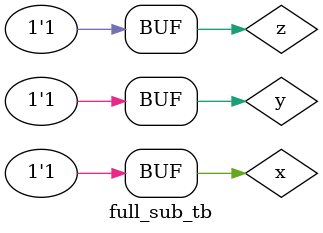
<source format=v>
module full_sub_tb;
  reg x,y,z;
  wire dif,bor;
  full_subtractor f1(x,y,z,dif,bor);
  initial
    begin
      $monitor("x=%b,y=%b,z=%b,dif=%b,bor=%b",x,y,z,dif,bor);
      x=0;y=0;z=0;#3
      x=0;y=0;z=1;#3
      x=0;y=1;z=0;#3
      x=0;y=1;z=1;#3
      x=1;y=0;z=0;#3
      x=1;y=0;z=1;#3
      x=1;y=1;z=0;#3
      x=1;y=1;z=1;#3;
    end
endmodule
      
            

    

</source>
